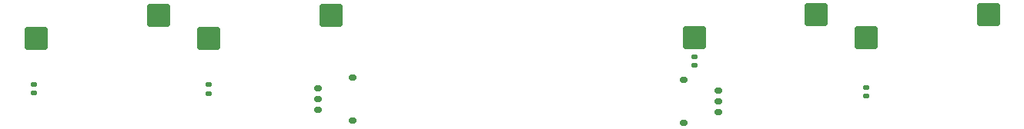
<source format=gbp>
G04 #@! TF.GenerationSoftware,KiCad,Pcbnew,7.0.9*
G04 #@! TF.CreationDate,2023-12-24T20:12:45-08:00*
G04 #@! TF.ProjectId,4k-mania-keypad,346b2d6d-616e-4696-912d-6b6579706164,rev?*
G04 #@! TF.SameCoordinates,Original*
G04 #@! TF.FileFunction,Paste,Bot*
G04 #@! TF.FilePolarity,Positive*
%FSLAX46Y46*%
G04 Gerber Fmt 4.6, Leading zero omitted, Abs format (unit mm)*
G04 Created by KiCad (PCBNEW 7.0.9) date 2023-12-24 20:12:45*
%MOMM*%
%LPD*%
G01*
G04 APERTURE LIST*
G04 Aperture macros list*
%AMRoundRect*
0 Rectangle with rounded corners*
0 $1 Rounding radius*
0 $2 $3 $4 $5 $6 $7 $8 $9 X,Y pos of 4 corners*
0 Add a 4 corners polygon primitive as box body*
4,1,4,$2,$3,$4,$5,$6,$7,$8,$9,$2,$3,0*
0 Add four circle primitives for the rounded corners*
1,1,$1+$1,$2,$3*
1,1,$1+$1,$4,$5*
1,1,$1+$1,$6,$7*
1,1,$1+$1,$8,$9*
0 Add four rect primitives between the rounded corners*
20,1,$1+$1,$2,$3,$4,$5,0*
20,1,$1+$1,$4,$5,$6,$7,0*
20,1,$1+$1,$6,$7,$8,$9,0*
20,1,$1+$1,$8,$9,$2,$3,0*%
G04 Aperture macros list end*
%ADD10RoundRect,0.147500X0.172500X-0.147500X0.172500X0.147500X-0.172500X0.147500X-0.172500X-0.147500X0*%
%ADD11RoundRect,0.250000X1.025000X1.000000X-1.025000X1.000000X-1.025000X-1.000000X1.025000X-1.000000X0*%
%ADD12RoundRect,0.150000X-0.275000X0.150000X-0.275000X-0.150000X0.275000X-0.150000X0.275000X0.150000X0*%
%ADD13RoundRect,0.175000X-0.225000X0.175000X-0.225000X-0.175000X0.225000X-0.175000X0.225000X0.175000X0*%
%ADD14RoundRect,0.150000X0.275000X-0.150000X0.275000X0.150000X-0.275000X0.150000X-0.275000X-0.150000X0*%
%ADD15RoundRect,0.175000X0.225000X-0.175000X0.225000X0.175000X-0.225000X0.175000X-0.225000X-0.175000X0*%
G04 APERTURE END LIST*
D10*
X97130000Y-111565000D03*
X97130000Y-110595000D03*
D11*
X169720000Y-105460000D03*
X183170000Y-102920000D03*
D12*
X128355000Y-111030000D03*
X128355000Y-112230000D03*
X128355000Y-113430000D03*
D13*
X132130000Y-109880000D03*
X132130000Y-114580000D03*
D10*
X188637740Y-111922662D03*
X188637740Y-110952662D03*
D11*
X188640000Y-105460000D03*
X202090000Y-102920000D03*
X116350000Y-105540000D03*
X129800000Y-103000000D03*
D14*
X172365000Y-113700000D03*
X172365000Y-112500000D03*
X172365000Y-111300000D03*
D15*
X168590000Y-114850000D03*
X168590000Y-110150000D03*
D10*
X169735091Y-108512324D03*
X169735091Y-107542324D03*
X116346938Y-111619648D03*
X116346938Y-110649648D03*
D11*
X97350000Y-105540000D03*
X110800000Y-103000000D03*
M02*

</source>
